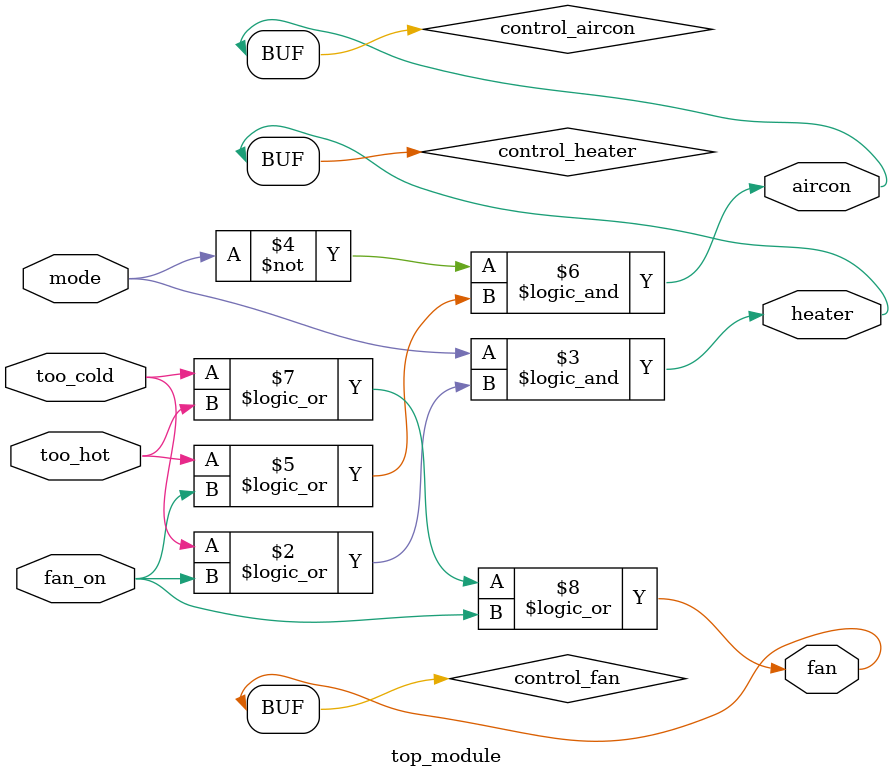
<source format=sv>
module top_module(
    input mode,
    input too_cold,
    input too_hot,
    input fan_on,
    output heater,
    output aircon,
    output fan
);
    
    // Control signals for heater, aircon and fan
    wire control_heater;
    wire control_aircon;
    wire control_fan;
    
    // Logic for controlling heater
    assign control_heater = (mode == 1) && (too_cold || fan_on);
    assign heater = control_heater;
    
    // Logic for controlling aircon
    assign control_aircon = (mode == 0) && (too_hot || fan_on);
    assign aircon = control_aircon;
    
    // Logic for controlling fan
    assign control_fan = too_cold || too_hot || fan_on;
    assign fan = control_fan;
    
endmodule

</source>
